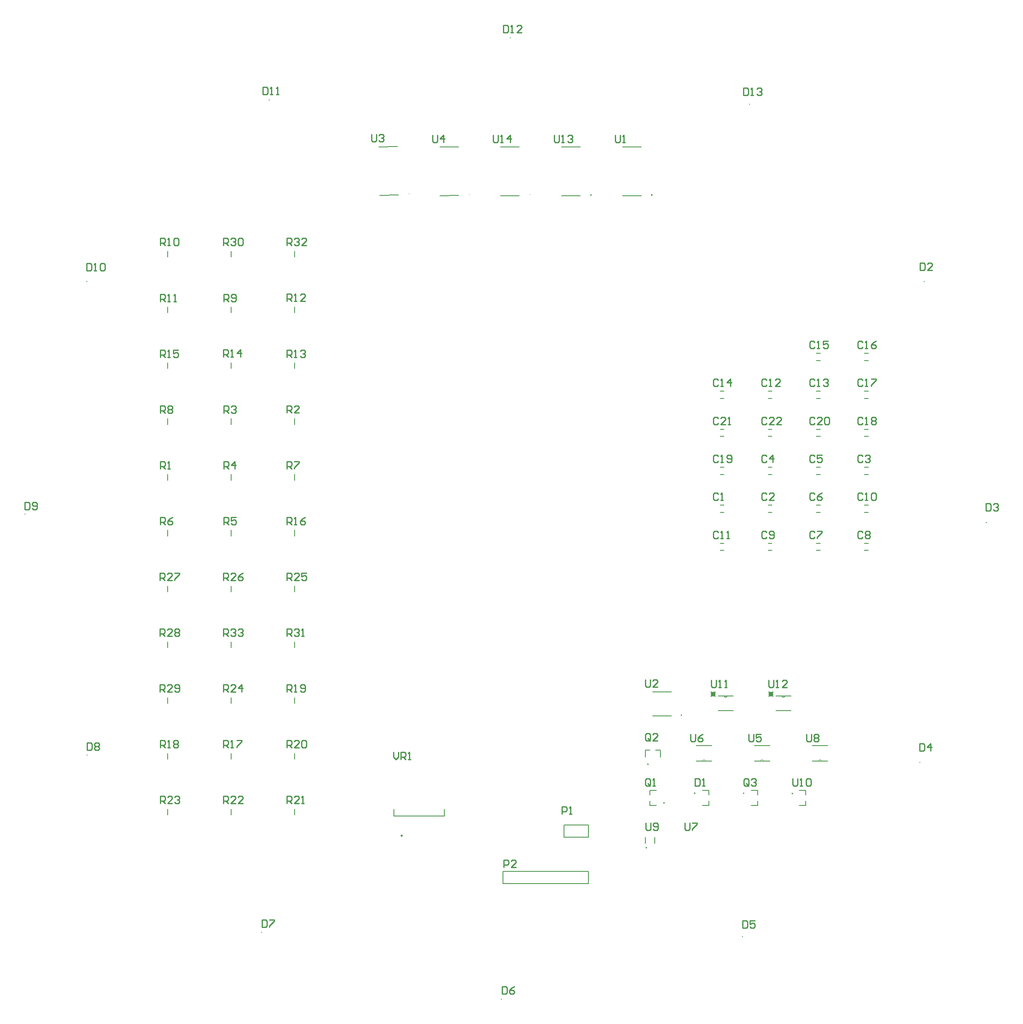
<source format=gto>
G04*
G04 #@! TF.GenerationSoftware,Altium Limited,Altium Designer,20.2.3 (150)*
G04*
G04 Layer_Color=65535*
%FSLAX25Y25*%
%MOIN*%
G70*
G04*
G04 #@! TF.SameCoordinates,FEBEBD62-9BCC-4C60-8B63-8EF99F169A48*
G04*
G04*
G04 #@! TF.FilePolarity,Positive*
G04*
G01*
G75*
%ADD10C,0.00787*%
%ADD11C,0.00000*%
%ADD12C,0.00600*%
%ADD13C,0.00984*%
%ADD14C,0.00500*%
%ADD15C,0.01000*%
D10*
X548560Y163277D02*
G03*
X548560Y163277I-394J0D01*
G01*
X577313Y271867D02*
G03*
X577313Y271867I-394J0D01*
G01*
X628205Y207833D02*
G03*
X628205Y207833I-394J0D01*
G01*
X563002Y199959D02*
G03*
X563002Y199959I-394J0D01*
G01*
X588199Y207833D02*
G03*
X588199Y207833I-394J0D01*
G01*
X549879Y231532D02*
G03*
X549879Y231532I-394J0D01*
G01*
X668211Y207596D02*
G03*
X668211Y207596I-394J0D01*
G01*
X552957Y698020D02*
G03*
X552957Y698020I-307J-247D01*
G01*
X403229Y698117D02*
G03*
X403229Y698117I-228J-321D01*
G01*
X452759Y698153D02*
G03*
X452759Y698153I105J-380D01*
G01*
X503150Y697773D02*
G03*
X503150Y697773I-394J0D01*
G01*
X353920Y698691D02*
G03*
X353920Y698691I-133J-370D01*
G01*
X726818Y406699D02*
X729968D01*
X726818Y412605D02*
X729968D01*
X687436Y406699D02*
X690585D01*
X687436Y412605D02*
X690585D01*
X648053Y406699D02*
X651202D01*
X648053Y412605D02*
X651202D01*
X608670Y406699D02*
X611820D01*
X608670Y412605D02*
X611820D01*
X726818Y437814D02*
X729968D01*
X726818Y443720D02*
X729968D01*
X687435Y437814D02*
X690585D01*
X687435Y443720D02*
X690585D01*
X648053Y437814D02*
X651202D01*
X648053Y443720D02*
X651202D01*
X608670Y437814D02*
X611820D01*
X608670Y443720D02*
X611820D01*
X726818Y468929D02*
X729968D01*
X726818Y474834D02*
X729968D01*
X687435Y468929D02*
X690585D01*
X687435Y474834D02*
X690585D01*
X648053Y468929D02*
X651202D01*
X648053Y474834D02*
X651202D01*
X608670Y468929D02*
X611820D01*
X608670Y474834D02*
X611820D01*
X726818Y500044D02*
X729968D01*
X726818Y505949D02*
X729968D01*
X687436Y500044D02*
X690585D01*
X687436Y505949D02*
X690585D01*
X648053Y500044D02*
X651202D01*
X648053Y505949D02*
X651202D01*
X608670Y500044D02*
X611820D01*
X608670Y505949D02*
X611820D01*
X726818Y531159D02*
X729968D01*
X726818Y537064D02*
X729968D01*
X687435Y531159D02*
X690585D01*
X687435Y537064D02*
X690585D01*
X648053Y531159D02*
X651202D01*
X648053Y537064D02*
X651202D01*
X608670Y531159D02*
X611820D01*
X608670Y537064D02*
X611820D01*
X726818Y562274D02*
X729968D01*
X726818Y568179D02*
X729968D01*
X687435Y562274D02*
X690585D01*
X687435Y568179D02*
X690585D01*
X155993Y647010D02*
Y651734D01*
X207974Y647010D02*
Y651734D01*
X259955Y647010D02*
X259955Y651734D01*
X155993Y601328D02*
Y606052D01*
X207974Y601328D02*
Y606052D01*
X259955Y601328D02*
Y606052D01*
X155993Y555646D02*
Y560370D01*
X207974Y555646D02*
Y560370D01*
X259955Y555646D02*
Y560370D01*
X155993Y509964D02*
Y514688D01*
X207974Y509964D02*
Y514688D01*
X259955Y509964D02*
Y514688D01*
X155993Y464282D02*
Y469006D01*
X207974Y464282D02*
Y469006D01*
X259955Y464282D02*
Y469006D01*
X155993Y418600D02*
Y423325D01*
X207974Y418600D02*
Y423325D01*
X259955Y418600D02*
Y423325D01*
X155993Y372918D02*
Y377643D01*
X207974Y372918D02*
Y377643D01*
X259955Y372918D02*
Y377643D01*
X155993Y327236D02*
Y331961D01*
X207974Y327236D02*
Y331961D01*
X259955Y327236D02*
X259955Y331961D01*
X155993Y281555D02*
Y286279D01*
X207974Y281555D02*
Y286279D01*
X259955Y281555D02*
Y286279D01*
X155993Y235873D02*
Y240597D01*
X207974Y235873D02*
Y240597D01*
X259955Y235873D02*
Y240597D01*
X155993Y190191D02*
Y194915D01*
X207974Y190191D02*
Y194915D01*
X259955Y190191D02*
Y194915D01*
X341348Y189270D02*
Y194782D01*
Y189270D02*
X382687D01*
Y194782D01*
X500810Y171798D02*
Y181798D01*
X480810Y171798D02*
X500810D01*
X480810D02*
Y181798D01*
X500810D01*
X430810Y133657D02*
X500810D01*
Y143657D01*
X430810D02*
X500810D01*
X430810Y133657D02*
Y143657D01*
X826527Y429531D02*
X826921Y429525D01*
X436614Y826575D02*
Y826969D01*
X632886Y772075D02*
X633084Y772415D01*
X239191Y775968D02*
X239387Y775627D01*
X89871Y627156D02*
X90186Y626919D01*
X39159Y436613D02*
X39553Y436615D01*
X90187Y239199D02*
X90529Y239395D01*
X233053Y93717D02*
X233250Y94058D01*
X429528Y39173D02*
Y39567D01*
X626754Y90515D02*
X626951Y90174D01*
X772084Y233250D02*
X772425Y233053D01*
X775627Y626754D02*
X775968Y626951D01*
D11*
X691650Y234229D02*
G03*
X689250Y234229I-1200J0D01*
G01*
X644128D02*
G03*
X641728Y234229I-1200J0D01*
G01*
X596606Y234229D02*
G03*
X594206Y234229I-1200J0D01*
G01*
D12*
X611978Y287587D02*
G03*
X614378Y287587I1200J0D01*
G01*
X659301D02*
G03*
X661701Y287587I1200J0D01*
G01*
X691650Y234229D02*
X696750D01*
X689250D02*
X691650D01*
X684150D02*
X689250D01*
X684150Y246829D02*
X696750D01*
X644128Y234229D02*
X649228D01*
X641728D02*
X644128D01*
X636628D02*
X641728D01*
X636628Y246829D02*
X649228D01*
X596606Y234229D02*
X601706D01*
X594206D02*
X596606D01*
X589106D02*
X594206D01*
X589106Y246829D02*
X601706D01*
X607079Y287587D02*
X611979D01*
X614379D01*
X619279D01*
X607079Y275387D02*
X619279D01*
X654401Y287587D02*
X659301D01*
X661701D01*
X666601D01*
X654401Y275387D02*
X666601D01*
D13*
X348277Y173128D02*
G03*
X348277Y173128I-492J0D01*
G01*
D14*
X554931Y166710D02*
Y171828D01*
X547261Y166710D02*
Y171828D01*
X553336Y290883D02*
X568691D01*
X553336Y271001D02*
X568691D01*
X639426Y197734D02*
Y201474D01*
Y206317D02*
Y210057D01*
X633914D02*
X639426D01*
X633914Y197734D02*
X639426D01*
X550994Y206317D02*
Y210057D01*
Y197734D02*
Y201474D01*
Y197734D02*
X556506D01*
X550994Y210057D02*
X556506D01*
X599419Y197734D02*
Y201474D01*
Y206317D02*
Y210057D01*
X593907D02*
X599419D01*
X593907Y197734D02*
X599419D01*
X555844Y243146D02*
X559584D01*
X547261D02*
X551001D01*
X547261Y237634D02*
Y243146D01*
X559584Y237634D02*
Y243146D01*
X678644Y197931D02*
Y201533D01*
Y206455D02*
Y210057D01*
X673526Y197931D02*
X678644D01*
X673526Y210057D02*
X678644D01*
X528654Y737183D02*
X544009D01*
X528654Y697301D02*
X544009Y697301D01*
X378974Y737188D02*
X394329Y737199D01*
X379005Y697306D02*
X394359Y697318D01*
X428867Y737183D02*
X444221Y737183D01*
X428867Y697301D02*
X444221D01*
X478761Y737183D02*
X494115D01*
X478761Y697301D02*
X494115D01*
X329084Y737291D02*
X344435Y737567D01*
X329803Y697415D02*
X345154Y697692D01*
D15*
X601179Y290652D02*
X604511Y287320D01*
X601179D02*
X604511Y290652D01*
X601179Y288986D02*
X604511D01*
X602845Y287320D02*
Y290652D01*
X648501D02*
X651833Y287320D01*
X648501D02*
X651833Y290652D01*
X648501Y288986D02*
X651833D01*
X650167Y287320D02*
Y290652D01*
X340967Y241548D02*
Y237549D01*
X342967Y235550D01*
X344966Y237549D01*
Y241548D01*
X346965Y235550D02*
Y241548D01*
X349964D01*
X350964Y240548D01*
Y238549D01*
X349964Y237549D01*
X346965D01*
X348965D02*
X350964Y235550D01*
X352963D02*
X354963D01*
X353963D01*
Y241548D01*
X352963Y240548D01*
X422823Y746818D02*
Y741820D01*
X423823Y740821D01*
X425822D01*
X426822Y741820D01*
Y746818D01*
X428822Y740821D02*
X430821D01*
X429821D01*
Y746818D01*
X428822Y745819D01*
X436819Y740821D02*
Y746818D01*
X433820Y743820D01*
X437818D01*
X472700Y746831D02*
Y741832D01*
X473700Y740833D01*
X475699D01*
X476699Y741832D01*
Y746831D01*
X478698Y740833D02*
X480697D01*
X479698D01*
Y746831D01*
X478698Y745831D01*
X483697D02*
X484696Y746831D01*
X486695D01*
X487695Y745831D01*
Y744831D01*
X486695Y743831D01*
X485696D01*
X486695D01*
X487695Y742832D01*
Y741832D01*
X486695Y740833D01*
X484696D01*
X483697Y741832D01*
X648551Y300635D02*
Y295637D01*
X649550Y294637D01*
X651550D01*
X652549Y295637D01*
Y300635D01*
X654549Y294637D02*
X656548D01*
X655548D01*
Y300635D01*
X654549Y299636D01*
X663546Y294637D02*
X659547D01*
X663546Y298636D01*
Y299636D01*
X662546Y300635D01*
X660547D01*
X659547Y299636D01*
X601229Y300635D02*
Y295637D01*
X602228Y294637D01*
X604227D01*
X605227Y295637D01*
Y300635D01*
X607227Y294637D02*
X609226D01*
X608226D01*
Y300635D01*
X607227Y299636D01*
X612225Y294637D02*
X614224D01*
X613225D01*
Y300635D01*
X612225Y299636D01*
X668035Y219742D02*
Y214744D01*
X669035Y213744D01*
X671034D01*
X672034Y214744D01*
Y219742D01*
X674033Y213744D02*
X676033D01*
X675033D01*
Y219742D01*
X674033Y218742D01*
X679032D02*
X680031Y219742D01*
X682031D01*
X683031Y218742D01*
Y214744D01*
X682031Y213744D01*
X680031D01*
X679032Y214744D01*
Y218742D01*
X547619Y183507D02*
Y178508D01*
X548619Y177509D01*
X550619D01*
X551618Y178508D01*
Y183507D01*
X553618Y178508D02*
X554617Y177509D01*
X556617D01*
X557616Y178508D01*
Y182507D01*
X556617Y183507D01*
X554617D01*
X553618Y182507D01*
Y181507D01*
X554617Y180508D01*
X557616D01*
X679505Y256128D02*
Y251130D01*
X680505Y250130D01*
X682505D01*
X683504Y251130D01*
Y256128D01*
X685503Y255128D02*
X686503Y256128D01*
X688503D01*
X689502Y255128D01*
Y254129D01*
X688503Y253129D01*
X689502Y252129D01*
Y251130D01*
X688503Y250130D01*
X686503D01*
X685503Y251130D01*
Y252129D01*
X686503Y253129D01*
X685503Y254129D01*
Y255128D01*
X686503Y253129D02*
X688503D01*
X579853Y183610D02*
Y178612D01*
X580852Y177612D01*
X582852D01*
X583851Y178612D01*
Y183610D01*
X585851D02*
X589849D01*
Y182610D01*
X585851Y178612D01*
Y177612D01*
X584468Y256157D02*
Y251159D01*
X585468Y250159D01*
X587467D01*
X588467Y251159D01*
Y256157D01*
X594465D02*
X592465Y255157D01*
X590466Y253158D01*
Y251159D01*
X591466Y250159D01*
X593465D01*
X594465Y251159D01*
Y252158D01*
X593465Y253158D01*
X590466D01*
X631984Y256159D02*
Y251160D01*
X632983Y250161D01*
X634982D01*
X635982Y251160D01*
Y256159D01*
X641980D02*
X637982D01*
Y253159D01*
X639981Y254159D01*
X640981D01*
X641980Y253159D01*
Y251160D01*
X640981Y250161D01*
X638981D01*
X637982Y251160D01*
X372980Y746857D02*
Y741858D01*
X373980Y740859D01*
X375979D01*
X376979Y741858D01*
Y746857D01*
X381977Y740859D02*
Y746857D01*
X378978Y743858D01*
X382977D01*
X323075Y747356D02*
Y742357D01*
X324075Y741358D01*
X326074D01*
X327074Y742357D01*
Y747356D01*
X329073Y746356D02*
X330073Y747356D01*
X332072D01*
X333072Y746356D01*
Y745356D01*
X332072Y744357D01*
X331072D01*
X332072D01*
X333072Y743357D01*
Y742357D01*
X332072Y741358D01*
X330073D01*
X329073Y742357D01*
X547354Y300682D02*
Y295684D01*
X548353Y294684D01*
X550353D01*
X551353Y295684D01*
Y300682D01*
X557350Y294684D02*
X553352D01*
X557350Y298683D01*
Y299683D01*
X556351Y300682D01*
X554352D01*
X553352Y299683D01*
X522591Y746851D02*
Y741852D01*
X523591Y740853D01*
X525590D01*
X526590Y741852D01*
Y746851D01*
X528589Y740853D02*
X530589D01*
X529589D01*
Y746851D01*
X528589Y745851D01*
X201867Y336529D02*
Y342527D01*
X204866D01*
X205866Y341528D01*
Y339528D01*
X204866Y338529D01*
X201867D01*
X203867D02*
X205866Y336529D01*
X207865Y341528D02*
X208865Y342527D01*
X210864D01*
X211864Y341528D01*
Y340528D01*
X210864Y339528D01*
X209865D01*
X210864D01*
X211864Y338529D01*
Y337529D01*
X210864Y336529D01*
X208865D01*
X207865Y337529D01*
X213863Y341528D02*
X214863Y342527D01*
X216863D01*
X217862Y341528D01*
Y340528D01*
X216863Y339528D01*
X215863D01*
X216863D01*
X217862Y338529D01*
Y337529D01*
X216863Y336529D01*
X214863D01*
X213863Y337529D01*
X253822Y656324D02*
Y662323D01*
X256821D01*
X257821Y661323D01*
Y659324D01*
X256821Y658324D01*
X253822D01*
X255821D02*
X257821Y656324D01*
X259820Y661323D02*
X260820Y662323D01*
X262819D01*
X263819Y661323D01*
Y660323D01*
X262819Y659324D01*
X261820D01*
X262819D01*
X263819Y658324D01*
Y657324D01*
X262819Y656324D01*
X260820D01*
X259820Y657324D01*
X269817Y656324D02*
X265818D01*
X269817Y660323D01*
Y661323D01*
X268817Y662323D01*
X266818D01*
X265818Y661323D01*
X253822Y336492D02*
Y342490D01*
X256821D01*
X257821Y341491D01*
Y339491D01*
X256821Y338492D01*
X253822D01*
X255821D02*
X257821Y336492D01*
X259820Y341491D02*
X260820Y342490D01*
X262819D01*
X263819Y341491D01*
Y340491D01*
X262819Y339491D01*
X261820D01*
X262819D01*
X263819Y338492D01*
Y337492D01*
X262819Y336492D01*
X260820D01*
X259820Y337492D01*
X265818Y336492D02*
X267818D01*
X266818D01*
Y342490D01*
X265818Y341491D01*
X201841Y656356D02*
Y662354D01*
X204840D01*
X205840Y661354D01*
Y659355D01*
X204840Y658355D01*
X201841D01*
X203840D02*
X205840Y656356D01*
X207839Y661354D02*
X208839Y662354D01*
X210838D01*
X211838Y661354D01*
Y660355D01*
X210838Y659355D01*
X209838D01*
X210838D01*
X211838Y658355D01*
Y657355D01*
X210838Y656356D01*
X208839D01*
X207839Y657355D01*
X213837Y661354D02*
X214837Y662354D01*
X216836D01*
X217836Y661354D01*
Y657355D01*
X216836Y656356D01*
X214837D01*
X213837Y657355D01*
Y661354D01*
X149860Y290842D02*
Y296840D01*
X152859D01*
X153859Y295840D01*
Y293841D01*
X152859Y292841D01*
X149860D01*
X151859D02*
X153859Y290842D01*
X159857D02*
X155858D01*
X159857Y294840D01*
Y295840D01*
X158857Y296840D01*
X156858D01*
X155858Y295840D01*
X161856Y291841D02*
X162856Y290842D01*
X164855D01*
X165855Y291841D01*
Y295840D01*
X164855Y296840D01*
X162856D01*
X161856Y295840D01*
Y294840D01*
X162856Y293841D01*
X165855D01*
X149860Y336564D02*
Y342563D01*
X152859D01*
X153859Y341563D01*
Y339563D01*
X152859Y338564D01*
X149860D01*
X151859D02*
X153859Y336564D01*
X159857D02*
X155858D01*
X159857Y340563D01*
Y341563D01*
X158857Y342563D01*
X156858D01*
X155858Y341563D01*
X161856D02*
X162856Y342563D01*
X164855D01*
X165855Y341563D01*
Y340563D01*
X164855Y339563D01*
X165855Y338564D01*
Y337564D01*
X164855Y336564D01*
X162856D01*
X161856Y337564D01*
Y338564D01*
X162856Y339563D01*
X161856Y340563D01*
Y341563D01*
X162856Y339563D02*
X164855D01*
X149860Y382187D02*
Y388185D01*
X152859D01*
X153859Y387186D01*
Y385186D01*
X152859Y384187D01*
X149860D01*
X151859D02*
X153859Y382187D01*
X159857D02*
X155858D01*
X159857Y386186D01*
Y387186D01*
X158857Y388185D01*
X156858D01*
X155858Y387186D01*
X161856Y388185D02*
X165855D01*
Y387186D01*
X161856Y383187D01*
Y382187D01*
X201841Y382228D02*
Y388226D01*
X204840D01*
X205840Y387227D01*
Y385227D01*
X204840Y384228D01*
X201841D01*
X203840D02*
X205840Y382228D01*
X211838D02*
X207839D01*
X211838Y386227D01*
Y387227D01*
X210838Y388226D01*
X208839D01*
X207839Y387227D01*
X217836Y388226D02*
X215837Y387227D01*
X213837Y385227D01*
Y383228D01*
X214837Y382228D01*
X216836D01*
X217836Y383228D01*
Y384228D01*
X216836Y385227D01*
X213837D01*
X253822Y382169D02*
Y388167D01*
X256821D01*
X257821Y387167D01*
Y385168D01*
X256821Y384168D01*
X253822D01*
X255821D02*
X257821Y382169D01*
X263819D02*
X259820D01*
X263819Y386168D01*
Y387167D01*
X262819Y388167D01*
X260820D01*
X259820Y387167D01*
X269817Y388167D02*
X265818D01*
Y385168D01*
X267818Y386168D01*
X268817D01*
X269817Y385168D01*
Y383169D01*
X268817Y382169D01*
X266818D01*
X265818Y383169D01*
X201875Y290865D02*
Y296863D01*
X204874D01*
X205874Y295864D01*
Y293864D01*
X204874Y292865D01*
X201875D01*
X203875D02*
X205874Y290865D01*
X211872D02*
X207874D01*
X211872Y294864D01*
Y295864D01*
X210873Y296863D01*
X208873D01*
X207874Y295864D01*
X216871Y290865D02*
Y296863D01*
X213872Y293864D01*
X217870D01*
X149894Y199442D02*
Y205440D01*
X152893D01*
X153893Y204441D01*
Y202441D01*
X152893Y201442D01*
X149894D01*
X151894D02*
X153893Y199442D01*
X159891D02*
X155892D01*
X159891Y203441D01*
Y204441D01*
X158891Y205440D01*
X156892D01*
X155892Y204441D01*
X161890D02*
X162890Y205440D01*
X164890D01*
X165889Y204441D01*
Y203441D01*
X164890Y202441D01*
X163890D01*
X164890D01*
X165889Y201442D01*
Y200442D01*
X164890Y199442D01*
X162890D01*
X161890Y200442D01*
X201875Y199483D02*
Y205481D01*
X204874D01*
X205874Y204482D01*
Y202482D01*
X204874Y201483D01*
X201875D01*
X203875D02*
X205874Y199483D01*
X211872D02*
X207874D01*
X211872Y203482D01*
Y204482D01*
X210873Y205481D01*
X208873D01*
X207874Y204482D01*
X217870Y199483D02*
X213872D01*
X217870Y203482D01*
Y204482D01*
X216871Y205481D01*
X214871D01*
X213872Y204482D01*
X253856Y199524D02*
Y205522D01*
X256856D01*
X257855Y204522D01*
Y202523D01*
X256856Y201523D01*
X253856D01*
X255856D02*
X257855Y199524D01*
X263853D02*
X259855D01*
X263853Y203523D01*
Y204522D01*
X262854Y205522D01*
X260854D01*
X259855Y204522D01*
X265853Y199524D02*
X267852D01*
X266852D01*
Y205522D01*
X265853Y204522D01*
X253857Y245147D02*
Y251145D01*
X256856D01*
X257855Y250145D01*
Y248146D01*
X256856Y247146D01*
X253857D01*
X255856D02*
X257855Y245147D01*
X263853D02*
X259855D01*
X263853Y249146D01*
Y250145D01*
X262854Y251145D01*
X260854D01*
X259855Y250145D01*
X265853D02*
X266852Y251145D01*
X268852D01*
X269851Y250145D01*
Y246147D01*
X268852Y245147D01*
X266852D01*
X265853Y246147D01*
Y250145D01*
X253857Y290870D02*
Y296868D01*
X256856D01*
X257855Y295868D01*
Y293869D01*
X256856Y292869D01*
X253857D01*
X255856D02*
X257855Y290870D01*
X259855D02*
X261854D01*
X260854D01*
Y296868D01*
X259855Y295868D01*
X264853Y291869D02*
X265853Y290870D01*
X267852D01*
X268852Y291869D01*
Y295868D01*
X267852Y296868D01*
X265853D01*
X264853Y295868D01*
Y294868D01*
X265853Y293869D01*
X268852D01*
X149894Y245144D02*
Y251142D01*
X152893D01*
X153893Y250142D01*
Y248143D01*
X152893Y247143D01*
X149894D01*
X151894D02*
X153893Y245144D01*
X155893D02*
X157892D01*
X156892D01*
Y251142D01*
X155893Y250142D01*
X160891D02*
X161890Y251142D01*
X163890D01*
X164890Y250142D01*
Y249143D01*
X163890Y248143D01*
X164890Y247143D01*
Y246144D01*
X163890Y245144D01*
X161890D01*
X160891Y246144D01*
Y247143D01*
X161890Y248143D01*
X160891Y249143D01*
Y250142D01*
X161890Y248143D02*
X163890D01*
X201875Y245185D02*
Y251183D01*
X204874D01*
X205874Y250183D01*
Y248184D01*
X204874Y247184D01*
X201875D01*
X203875D02*
X205874Y245185D01*
X207874D02*
X209873D01*
X208873D01*
Y251183D01*
X207874Y250183D01*
X212872Y251183D02*
X216871D01*
Y250183D01*
X212872Y246184D01*
Y245185D01*
X253856Y427853D02*
Y433851D01*
X256856D01*
X257855Y432852D01*
Y430852D01*
X256856Y429853D01*
X253856D01*
X255856D02*
X257855Y427853D01*
X259855D02*
X261854D01*
X260854D01*
Y433851D01*
X259855Y432852D01*
X268852Y433851D02*
X266852Y432852D01*
X264853Y430852D01*
Y428853D01*
X265853Y427853D01*
X267852D01*
X268852Y428853D01*
Y429853D01*
X267852Y430852D01*
X264853D01*
X149894Y564940D02*
Y570938D01*
X152893D01*
X153893Y569938D01*
Y567939D01*
X152893Y566939D01*
X149894D01*
X151894D02*
X153893Y564940D01*
X155892D02*
X157892D01*
X156892D01*
Y570938D01*
X155892Y569938D01*
X164890Y570938D02*
X160891D01*
Y567939D01*
X162890Y568938D01*
X163890D01*
X164890Y567939D01*
Y565940D01*
X163890Y564940D01*
X161890D01*
X160891Y565940D01*
X201875Y564981D02*
Y570979D01*
X204874D01*
X205874Y569979D01*
Y567980D01*
X204874Y566980D01*
X201875D01*
X203875D02*
X205874Y564981D01*
X207873D02*
X209873D01*
X208873D01*
Y570979D01*
X207873Y569979D01*
X215871Y564981D02*
Y570979D01*
X212872Y567980D01*
X216870D01*
X253856Y564922D02*
Y570920D01*
X256856D01*
X257855Y569920D01*
Y567921D01*
X256856Y566921D01*
X253856D01*
X255856D02*
X257855Y564922D01*
X259855D02*
X261854D01*
X260854D01*
Y570920D01*
X259855Y569920D01*
X264853D02*
X265853Y570920D01*
X267852D01*
X268852Y569920D01*
Y568920D01*
X267852Y567921D01*
X266852D01*
X267852D01*
X268852Y566921D01*
Y565921D01*
X267852Y564922D01*
X265853D01*
X264853Y565921D01*
X253890Y610668D02*
Y616666D01*
X256889D01*
X257889Y615666D01*
Y613667D01*
X256889Y612667D01*
X253890D01*
X255889D02*
X257889Y610668D01*
X259888D02*
X261887D01*
X260888D01*
Y616666D01*
X259888Y615666D01*
X268885Y610668D02*
X264886D01*
X268885Y614667D01*
Y615666D01*
X267885Y616666D01*
X265886D01*
X264886Y615666D01*
X149928Y610609D02*
Y616607D01*
X152927D01*
X153926Y615607D01*
Y613608D01*
X152927Y612608D01*
X149928D01*
X151927D02*
X153926Y610609D01*
X155926D02*
X157925D01*
X156925D01*
Y616607D01*
X155926Y615607D01*
X160924Y610609D02*
X162924D01*
X161924D01*
Y616607D01*
X160924Y615607D01*
X149928Y656332D02*
Y662330D01*
X152927D01*
X153926Y661330D01*
Y659331D01*
X152927Y658331D01*
X149928D01*
X151927D02*
X153926Y656332D01*
X155926D02*
X157925D01*
X156925D01*
Y662330D01*
X155926Y661330D01*
X160924D02*
X161924Y662330D01*
X163923D01*
X164923Y661330D01*
Y657331D01*
X163923Y656332D01*
X161924D01*
X160924Y657331D01*
Y661330D01*
X201909Y610591D02*
Y616589D01*
X204908D01*
X205908Y615589D01*
Y613589D01*
X204908Y612590D01*
X201909D01*
X203908D02*
X205908Y610591D01*
X207907Y611590D02*
X208907Y610591D01*
X210906D01*
X211906Y611590D01*
Y615589D01*
X210906Y616589D01*
X208907D01*
X207907Y615589D01*
Y614589D01*
X208907Y613589D01*
X211906D01*
X149928Y519268D02*
Y525266D01*
X152927D01*
X153927Y524266D01*
Y522267D01*
X152927Y521267D01*
X149928D01*
X151927D02*
X153927Y519268D01*
X155926Y524266D02*
X156926Y525266D01*
X158925D01*
X159925Y524266D01*
Y523267D01*
X158925Y522267D01*
X159925Y521267D01*
Y520267D01*
X158925Y519268D01*
X156926D01*
X155926Y520267D01*
Y521267D01*
X156926Y522267D01*
X155926Y523267D01*
Y524266D01*
X156926Y522267D02*
X158925D01*
X253890Y473627D02*
Y479625D01*
X256889D01*
X257889Y478625D01*
Y476626D01*
X256889Y475626D01*
X253890D01*
X255889D02*
X257889Y473627D01*
X259888Y479625D02*
X263887D01*
Y478625D01*
X259888Y474626D01*
Y473627D01*
X149928Y427885D02*
Y433883D01*
X152927D01*
X153927Y432884D01*
Y430884D01*
X152927Y429885D01*
X149928D01*
X151927D02*
X153927Y427885D01*
X159925Y433883D02*
X157925Y432884D01*
X155926Y430884D01*
Y428885D01*
X156926Y427885D01*
X158925D01*
X159925Y428885D01*
Y429885D01*
X158925Y430884D01*
X155926D01*
X201909Y427926D02*
Y433924D01*
X204908D01*
X205908Y432925D01*
Y430925D01*
X204908Y429926D01*
X201909D01*
X203908D02*
X205908Y427926D01*
X211906Y433924D02*
X207907D01*
Y430925D01*
X209906Y431925D01*
X210906D01*
X211906Y430925D01*
Y428926D01*
X210906Y427926D01*
X208907D01*
X207907Y428926D01*
X201909Y473549D02*
Y479547D01*
X204908D01*
X205908Y478547D01*
Y476548D01*
X204908Y475549D01*
X201909D01*
X203908D02*
X205908Y473549D01*
X210906D02*
Y479547D01*
X207907Y476548D01*
X211906D01*
X201909Y519272D02*
Y525270D01*
X204908D01*
X205908Y524270D01*
Y522271D01*
X204908Y521271D01*
X201909D01*
X203908D02*
X205908Y519272D01*
X207907Y524270D02*
X208907Y525270D01*
X210906D01*
X211906Y524270D01*
Y523271D01*
X210906Y522271D01*
X209906D01*
X210906D01*
X211906Y521271D01*
Y520272D01*
X210906Y519272D01*
X208907D01*
X207907Y520272D01*
X253890Y519313D02*
Y525311D01*
X256889D01*
X257889Y524311D01*
Y522312D01*
X256889Y521312D01*
X253890D01*
X255889D02*
X257889Y519313D01*
X263887D02*
X259888D01*
X263887Y523312D01*
Y524311D01*
X262887Y525311D01*
X260888D01*
X259888Y524311D01*
X149928Y473572D02*
Y479570D01*
X152927D01*
X153926Y478570D01*
Y476571D01*
X152927Y475571D01*
X149928D01*
X151927D02*
X153926Y473572D01*
X155926D02*
X157925D01*
X156925D01*
Y479570D01*
X155926Y478570D01*
X632018Y214845D02*
Y218844D01*
X631019Y219844D01*
X629019D01*
X628020Y218844D01*
Y214845D01*
X629019Y213846D01*
X631019D01*
X630019Y215845D02*
X632018Y213846D01*
X631019D02*
X632018Y214845D01*
X634018Y218844D02*
X635017Y219844D01*
X637017D01*
X638017Y218844D01*
Y217844D01*
X637017Y216845D01*
X636017D01*
X637017D01*
X638017Y215845D01*
Y214845D01*
X637017Y213846D01*
X635017D01*
X634018Y214845D01*
X551473Y251803D02*
Y255802D01*
X550473Y256802D01*
X548473D01*
X547474Y255802D01*
Y251803D01*
X548473Y250804D01*
X550473D01*
X549473Y252803D02*
X551473Y250804D01*
X550473D02*
X551473Y251803D01*
X557471Y250804D02*
X553472D01*
X557471Y254803D01*
Y255802D01*
X556471Y256802D01*
X554471D01*
X553472Y255802D01*
X551332Y214920D02*
Y218919D01*
X550332Y219919D01*
X548333D01*
X547333Y218919D01*
Y214920D01*
X548333Y213921D01*
X550332D01*
X549333Y215920D02*
X551332Y213921D01*
X550332D02*
X551332Y214920D01*
X553331Y213921D02*
X555331D01*
X554331D01*
Y219919D01*
X553331Y218919D01*
X431460Y147059D02*
Y153057D01*
X434459D01*
X435459Y152057D01*
Y150058D01*
X434459Y149058D01*
X431460D01*
X441457Y147059D02*
X437458D01*
X441457Y151057D01*
Y152057D01*
X440457Y153057D01*
X438458D01*
X437458Y152057D01*
X479160Y190848D02*
Y196846D01*
X482159D01*
X483158Y195847D01*
Y193847D01*
X482159Y192848D01*
X479160D01*
X485158Y190848D02*
X487157D01*
X486157D01*
Y196846D01*
X485158Y195847D01*
X627732Y785489D02*
Y779490D01*
X630730D01*
X631730Y780490D01*
Y784489D01*
X630730Y785489D01*
X627732D01*
X633730Y779490D02*
X635729D01*
X634729D01*
Y785489D01*
X633730Y784489D01*
X638728D02*
X639728Y785489D01*
X641727D01*
X642727Y784489D01*
Y783489D01*
X641727Y782489D01*
X640727D01*
X641727D01*
X642727Y781490D01*
Y780490D01*
X641727Y779490D01*
X639728D01*
X638728Y780490D01*
X431100Y836913D02*
Y830915D01*
X434099D01*
X435099Y831915D01*
Y835913D01*
X434099Y836913D01*
X431100D01*
X437098Y830915D02*
X439097D01*
X438098D01*
Y836913D01*
X437098Y835913D01*
X446095Y830915D02*
X442096D01*
X446095Y834914D01*
Y835913D01*
X445095Y836913D01*
X443096D01*
X442096Y835913D01*
X234043Y786050D02*
Y780052D01*
X237042D01*
X238041Y781052D01*
Y785051D01*
X237042Y786050D01*
X234043D01*
X240041Y780052D02*
X242040D01*
X241040D01*
Y786050D01*
X240041Y785051D01*
X245039Y780052D02*
X247038D01*
X246039D01*
Y786050D01*
X245039Y785051D01*
X89800Y641898D02*
Y635900D01*
X92799D01*
X93799Y636900D01*
Y640898D01*
X92799Y641898D01*
X89800D01*
X95798Y635900D02*
X97797D01*
X96798D01*
Y641898D01*
X95798Y640898D01*
X100796D02*
X101796Y641898D01*
X103796D01*
X104795Y640898D01*
Y636900D01*
X103796Y635900D01*
X101796D01*
X100796Y636900D01*
Y640898D01*
X39185Y445998D02*
Y440000D01*
X42184D01*
X43184Y441000D01*
Y444998D01*
X42184Y445998D01*
X39185D01*
X45183Y441000D02*
X46183Y440000D01*
X48182D01*
X49182Y441000D01*
Y444998D01*
X48182Y445998D01*
X46183D01*
X45183Y444998D01*
Y443999D01*
X46183Y442999D01*
X49182D01*
X90110Y249267D02*
Y243268D01*
X93109D01*
X94108Y244268D01*
Y248267D01*
X93109Y249267D01*
X90110D01*
X96108Y248267D02*
X97107Y249267D01*
X99107D01*
X100106Y248267D01*
Y247267D01*
X99107Y246268D01*
X100106Y245268D01*
Y244268D01*
X99107Y243268D01*
X97107D01*
X96108Y244268D01*
Y245268D01*
X97107Y246268D01*
X96108Y247267D01*
Y248267D01*
X97107Y246268D02*
X99107D01*
X233243Y104146D02*
Y98148D01*
X236242D01*
X237241Y99147D01*
Y103146D01*
X236242Y104146D01*
X233243D01*
X239241D02*
X243239D01*
Y103146D01*
X239241Y99147D01*
Y98148D01*
X430100Y49583D02*
Y43585D01*
X433099D01*
X434099Y44585D01*
Y48583D01*
X433099Y49583D01*
X430100D01*
X440097D02*
X438097Y48583D01*
X436098Y46584D01*
Y44585D01*
X437098Y43585D01*
X439097D01*
X440097Y44585D01*
Y45584D01*
X439097Y46584D01*
X436098D01*
X626931Y103608D02*
Y97610D01*
X629930D01*
X630930Y98609D01*
Y102608D01*
X629930Y103608D01*
X626931D01*
X636928D02*
X632930D01*
Y100609D01*
X634929Y101608D01*
X635929D01*
X636928Y100609D01*
Y98609D01*
X635929Y97610D01*
X633929D01*
X632930Y98609D01*
X772000Y248398D02*
Y242400D01*
X774999D01*
X775999Y243400D01*
Y247398D01*
X774999Y248398D01*
X772000D01*
X780997Y242400D02*
Y248398D01*
X777998Y245399D01*
X781997D01*
X826500Y444998D02*
Y439000D01*
X829499D01*
X830499Y440000D01*
Y443998D01*
X829499Y444998D01*
X826500D01*
X832498Y443998D02*
X833498Y444998D01*
X835497D01*
X836497Y443998D01*
Y442999D01*
X835497Y441999D01*
X834497D01*
X835497D01*
X836497Y440999D01*
Y440000D01*
X835497Y439000D01*
X833498D01*
X832498Y440000D01*
X772500Y642098D02*
Y636100D01*
X775499D01*
X776499Y637100D01*
Y641098D01*
X775499Y642098D01*
X772500D01*
X782497Y636100D02*
X778498D01*
X782497Y640099D01*
Y641098D01*
X781497Y642098D01*
X779498D01*
X778498Y641098D01*
X588013Y219844D02*
Y213845D01*
X591012D01*
X592012Y214845D01*
Y218844D01*
X591012Y219844D01*
X588013D01*
X594011Y213845D02*
X596011D01*
X595011D01*
Y219844D01*
X594011Y218844D01*
X646601Y514897D02*
X645601Y515896D01*
X643602D01*
X642602Y514897D01*
Y510898D01*
X643602Y509898D01*
X645601D01*
X646601Y510898D01*
X652599Y509898D02*
X648600D01*
X652599Y513897D01*
Y514897D01*
X651599Y515896D01*
X649600D01*
X648600Y514897D01*
X658597Y509898D02*
X654598D01*
X658597Y513897D01*
Y514897D01*
X657597Y515896D01*
X655598D01*
X654598Y514897D01*
X607201D02*
X606201Y515896D01*
X604202D01*
X603202Y514897D01*
Y510898D01*
X604202Y509898D01*
X606201D01*
X607201Y510898D01*
X613199Y509898D02*
X609200D01*
X613199Y513897D01*
Y514897D01*
X612199Y515896D01*
X610200D01*
X609200Y514897D01*
X615198Y509898D02*
X617198D01*
X616198D01*
Y515896D01*
X615198Y514897D01*
X685901D02*
X684901Y515896D01*
X682902D01*
X681902Y514897D01*
Y510898D01*
X682902Y509898D01*
X684901D01*
X685901Y510898D01*
X691899Y509898D02*
X687900D01*
X691899Y513897D01*
Y514897D01*
X690899Y515896D01*
X688900D01*
X687900Y514897D01*
X693898D02*
X694898Y515896D01*
X696898D01*
X697897Y514897D01*
Y510898D01*
X696898Y509898D01*
X694898D01*
X693898Y510898D01*
Y514897D01*
X607201Y483797D02*
X606201Y484796D01*
X604202D01*
X603202Y483797D01*
Y479798D01*
X604202Y478798D01*
X606201D01*
X607201Y479798D01*
X609200Y478798D02*
X611200D01*
X610200D01*
Y484796D01*
X609200Y483797D01*
X614199Y479798D02*
X615198Y478798D01*
X617198D01*
X618197Y479798D01*
Y483797D01*
X617198Y484796D01*
X615198D01*
X614199Y483797D01*
Y482797D01*
X615198Y481797D01*
X618197D01*
X725301Y514897D02*
X724301Y515896D01*
X722302D01*
X721302Y514897D01*
Y510898D01*
X722302Y509898D01*
X724301D01*
X725301Y510898D01*
X727300Y509898D02*
X729300D01*
X728300D01*
Y515896D01*
X727300Y514897D01*
X732299D02*
X733298Y515896D01*
X735298D01*
X736298Y514897D01*
Y513897D01*
X735298Y512897D01*
X736298Y511898D01*
Y510898D01*
X735298Y509898D01*
X733298D01*
X732299Y510898D01*
Y511898D01*
X733298Y512897D01*
X732299Y513897D01*
Y514897D01*
X733298Y512897D02*
X735298D01*
X725301Y546097D02*
X724301Y547096D01*
X722302D01*
X721302Y546097D01*
Y542098D01*
X722302Y541098D01*
X724301D01*
X725301Y542098D01*
X727300Y541098D02*
X729300D01*
X728300D01*
Y547096D01*
X727300Y546097D01*
X732299Y547096D02*
X736298D01*
Y546097D01*
X732299Y542098D01*
Y541098D01*
X725301Y577197D02*
X724301Y578196D01*
X722302D01*
X721302Y577197D01*
Y573198D01*
X722302Y572198D01*
X724301D01*
X725301Y573198D01*
X727300Y572198D02*
X729300D01*
X728300D01*
Y578196D01*
X727300Y577197D01*
X736298Y578196D02*
X734298Y577197D01*
X732299Y575197D01*
Y573198D01*
X733298Y572198D01*
X735298D01*
X736298Y573198D01*
Y574197D01*
X735298Y575197D01*
X732299D01*
X685901Y577197D02*
X684901Y578196D01*
X682902D01*
X681902Y577197D01*
Y573198D01*
X682902Y572198D01*
X684901D01*
X685901Y573198D01*
X687900Y572198D02*
X689900D01*
X688900D01*
Y578196D01*
X687900Y577197D01*
X696898Y578196D02*
X692899D01*
Y575197D01*
X694898Y576197D01*
X695898D01*
X696898Y575197D01*
Y573198D01*
X695898Y572198D01*
X693898D01*
X692899Y573198D01*
X607201Y546097D02*
X606201Y547096D01*
X604202D01*
X603202Y546097D01*
Y542098D01*
X604202Y541098D01*
X606201D01*
X607201Y542098D01*
X609200Y541098D02*
X611200D01*
X610200D01*
Y547096D01*
X609200Y546097D01*
X617198Y541098D02*
Y547096D01*
X614199Y544097D01*
X618197D01*
X685901Y546097D02*
X684901Y547096D01*
X682902D01*
X681902Y546097D01*
Y542098D01*
X682902Y541098D01*
X684901D01*
X685901Y542098D01*
X687900Y541098D02*
X689900D01*
X688900D01*
Y547096D01*
X687900Y546097D01*
X692899D02*
X693898Y547096D01*
X695898D01*
X696898Y546097D01*
Y545097D01*
X695898Y544097D01*
X694898D01*
X695898D01*
X696898Y543097D01*
Y542098D01*
X695898Y541098D01*
X693898D01*
X692899Y542098D01*
X646601Y546097D02*
X645601Y547096D01*
X643602D01*
X642602Y546097D01*
Y542098D01*
X643602Y541098D01*
X645601D01*
X646601Y542098D01*
X648600Y541098D02*
X650600D01*
X649600D01*
Y547096D01*
X648600Y546097D01*
X657597Y541098D02*
X653599D01*
X657597Y545097D01*
Y546097D01*
X656598Y547096D01*
X654598D01*
X653599Y546097D01*
X607201Y421597D02*
X606201Y422596D01*
X604202D01*
X603202Y421597D01*
Y417598D01*
X604202Y416598D01*
X606201D01*
X607201Y417598D01*
X609200Y416598D02*
X611200D01*
X610200D01*
Y422596D01*
X609200Y421597D01*
X614199Y416598D02*
X616198D01*
X615198D01*
Y422596D01*
X614199Y421597D01*
X725301Y452697D02*
X724301Y453696D01*
X722302D01*
X721302Y452697D01*
Y448698D01*
X722302Y447698D01*
X724301D01*
X725301Y448698D01*
X727300Y447698D02*
X729300D01*
X728300D01*
Y453696D01*
X727300Y452697D01*
X732299D02*
X733298Y453696D01*
X735298D01*
X736298Y452697D01*
Y448698D01*
X735298Y447698D01*
X733298D01*
X732299Y448698D01*
Y452697D01*
X646601Y421597D02*
X645601Y422596D01*
X643602D01*
X642602Y421597D01*
Y417598D01*
X643602Y416598D01*
X645601D01*
X646601Y417598D01*
X648600D02*
X649600Y416598D01*
X651599D01*
X652599Y417598D01*
Y421597D01*
X651599Y422596D01*
X649600D01*
X648600Y421597D01*
Y420597D01*
X649600Y419597D01*
X652599D01*
X725301Y421597D02*
X724301Y422596D01*
X722302D01*
X721302Y421597D01*
Y417598D01*
X722302Y416598D01*
X724301D01*
X725301Y417598D01*
X727300Y421597D02*
X728300Y422596D01*
X730299D01*
X731299Y421597D01*
Y420597D01*
X730299Y419597D01*
X731299Y418598D01*
Y417598D01*
X730299Y416598D01*
X728300D01*
X727300Y417598D01*
Y418598D01*
X728300Y419597D01*
X727300Y420597D01*
Y421597D01*
X728300Y419597D02*
X730299D01*
X685901Y421597D02*
X684901Y422596D01*
X682902D01*
X681902Y421597D01*
Y417598D01*
X682902Y416598D01*
X684901D01*
X685901Y417598D01*
X687900Y422596D02*
X691899D01*
Y421597D01*
X687900Y417598D01*
Y416598D01*
X685901Y452697D02*
X684901Y453696D01*
X682902D01*
X681902Y452697D01*
Y448698D01*
X682902Y447698D01*
X684901D01*
X685901Y448698D01*
X691899Y453696D02*
X689900Y452697D01*
X687900Y450697D01*
Y448698D01*
X688900Y447698D01*
X690899D01*
X691899Y448698D01*
Y449697D01*
X690899Y450697D01*
X687900D01*
X685901Y483797D02*
X684901Y484796D01*
X682902D01*
X681902Y483797D01*
Y479798D01*
X682902Y478798D01*
X684901D01*
X685901Y479798D01*
X691899Y484796D02*
X687900D01*
Y481797D01*
X689900Y482797D01*
X690899D01*
X691899Y481797D01*
Y479798D01*
X690899Y478798D01*
X688900D01*
X687900Y479798D01*
X646601Y483797D02*
X645601Y484796D01*
X643602D01*
X642602Y483797D01*
Y479798D01*
X643602Y478798D01*
X645601D01*
X646601Y479798D01*
X651599Y478798D02*
Y484796D01*
X648600Y481797D01*
X652599D01*
X725301Y483797D02*
X724301Y484796D01*
X722302D01*
X721302Y483797D01*
Y479798D01*
X722302Y478798D01*
X724301D01*
X725301Y479798D01*
X727300Y483797D02*
X728300Y484796D01*
X730299D01*
X731299Y483797D01*
Y482797D01*
X730299Y481797D01*
X729300D01*
X730299D01*
X731299Y480797D01*
Y479798D01*
X730299Y478798D01*
X728300D01*
X727300Y479798D01*
X646601Y452697D02*
X645601Y453696D01*
X643602D01*
X642602Y452697D01*
Y448698D01*
X643602Y447698D01*
X645601D01*
X646601Y448698D01*
X652599Y447698D02*
X648600D01*
X652599Y451697D01*
Y452697D01*
X651599Y453696D01*
X649600D01*
X648600Y452697D01*
X607201D02*
X606201Y453696D01*
X604202D01*
X603202Y452697D01*
Y448698D01*
X604202Y447698D01*
X606201D01*
X607201Y448698D01*
X609200Y447698D02*
X611200D01*
X610200D01*
Y453696D01*
X609200Y452697D01*
M02*

</source>
